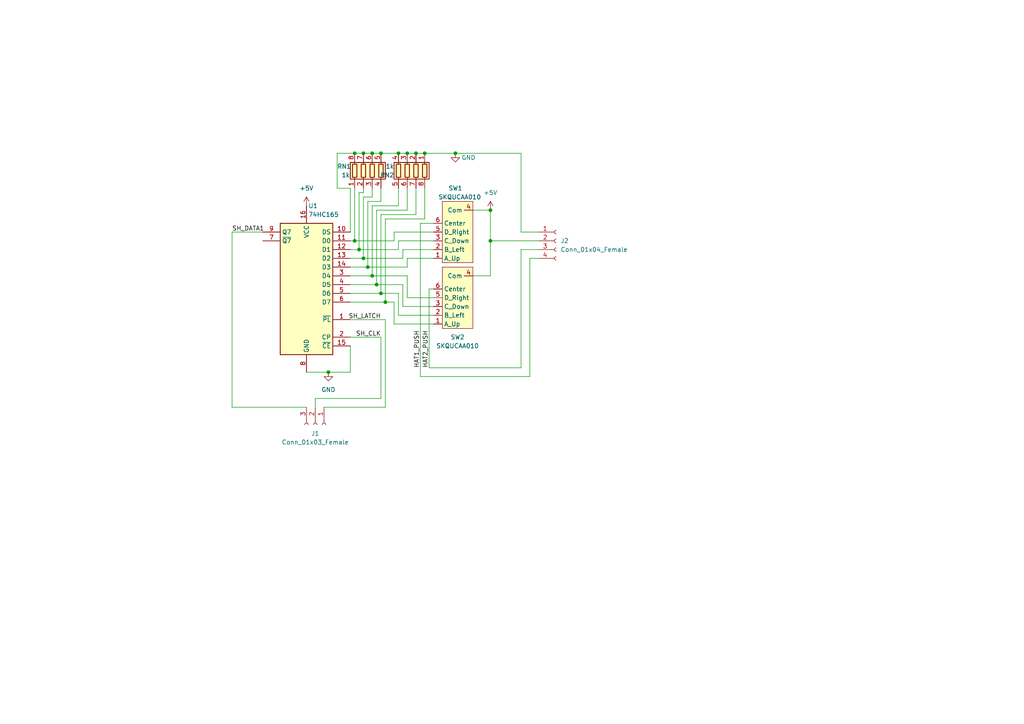
<source format=kicad_sch>
(kicad_sch (version 20211123) (generator eeschema)

  (uuid 97fdeb93-36e7-43de-98f8-17c9d3ce7733)

  (paper "A4")

  (lib_symbols
    (symbol "74xx:74HC165" (in_bom yes) (on_board yes)
      (property "Reference" "U" (id 0) (at -7.62 19.05 0)
        (effects (font (size 1.27 1.27)))
      )
      (property "Value" "74HC165" (id 1) (at -7.62 -21.59 0)
        (effects (font (size 1.27 1.27)))
      )
      (property "Footprint" "" (id 2) (at 0 0 0)
        (effects (font (size 1.27 1.27)) hide)
      )
      (property "Datasheet" "https://assets.nexperia.com/documents/data-sheet/74HC_HCT165.pdf" (id 3) (at 0 0 0)
        (effects (font (size 1.27 1.27)) hide)
      )
      (property "ki_keywords" "8 bit shift register parallel load cmos" (id 4) (at 0 0 0)
        (effects (font (size 1.27 1.27)) hide)
      )
      (property "ki_description" "Shift Register, 8-bit, Parallel Load" (id 5) (at 0 0 0)
        (effects (font (size 1.27 1.27)) hide)
      )
      (property "ki_fp_filters" "DIP?16* SO*16*3.9x9.9mm*P1.27mm* SSOP*16*5.3x6.2mm*P0.65mm* TSSOP*16*4.4x5mm*P0.65*" (id 6) (at 0 0 0)
        (effects (font (size 1.27 1.27)) hide)
      )
      (symbol "74HC165_1_0"
        (pin input line (at -12.7 -10.16 0) (length 5.08)
          (name "~{PL}" (effects (font (size 1.27 1.27))))
          (number "1" (effects (font (size 1.27 1.27))))
        )
        (pin input line (at -12.7 15.24 0) (length 5.08)
          (name "DS" (effects (font (size 1.27 1.27))))
          (number "10" (effects (font (size 1.27 1.27))))
        )
        (pin input line (at -12.7 12.7 0) (length 5.08)
          (name "D0" (effects (font (size 1.27 1.27))))
          (number "11" (effects (font (size 1.27 1.27))))
        )
        (pin input line (at -12.7 10.16 0) (length 5.08)
          (name "D1" (effects (font (size 1.27 1.27))))
          (number "12" (effects (font (size 1.27 1.27))))
        )
        (pin input line (at -12.7 7.62 0) (length 5.08)
          (name "D2" (effects (font (size 1.27 1.27))))
          (number "13" (effects (font (size 1.27 1.27))))
        )
        (pin input line (at -12.7 5.08 0) (length 5.08)
          (name "D3" (effects (font (size 1.27 1.27))))
          (number "14" (effects (font (size 1.27 1.27))))
        )
        (pin input line (at -12.7 -17.78 0) (length 5.08)
          (name "~{CE}" (effects (font (size 1.27 1.27))))
          (number "15" (effects (font (size 1.27 1.27))))
        )
        (pin power_in line (at 0 22.86 270) (length 5.08)
          (name "VCC" (effects (font (size 1.27 1.27))))
          (number "16" (effects (font (size 1.27 1.27))))
        )
        (pin input line (at -12.7 -15.24 0) (length 5.08)
          (name "CP" (effects (font (size 1.27 1.27))))
          (number "2" (effects (font (size 1.27 1.27))))
        )
        (pin input line (at -12.7 2.54 0) (length 5.08)
          (name "D4" (effects (font (size 1.27 1.27))))
          (number "3" (effects (font (size 1.27 1.27))))
        )
        (pin input line (at -12.7 0 0) (length 5.08)
          (name "D5" (effects (font (size 1.27 1.27))))
          (number "4" (effects (font (size 1.27 1.27))))
        )
        (pin input line (at -12.7 -2.54 0) (length 5.08)
          (name "D6" (effects (font (size 1.27 1.27))))
          (number "5" (effects (font (size 1.27 1.27))))
        )
        (pin input line (at -12.7 -5.08 0) (length 5.08)
          (name "D7" (effects (font (size 1.27 1.27))))
          (number "6" (effects (font (size 1.27 1.27))))
        )
        (pin output line (at 12.7 12.7 180) (length 5.08)
          (name "~{Q7}" (effects (font (size 1.27 1.27))))
          (number "7" (effects (font (size 1.27 1.27))))
        )
        (pin power_in line (at 0 -25.4 90) (length 5.08)
          (name "GND" (effects (font (size 1.27 1.27))))
          (number "8" (effects (font (size 1.27 1.27))))
        )
        (pin output line (at 12.7 15.24 180) (length 5.08)
          (name "Q7" (effects (font (size 1.27 1.27))))
          (number "9" (effects (font (size 1.27 1.27))))
        )
      )
      (symbol "74HC165_1_1"
        (rectangle (start -7.62 17.78) (end 7.62 -20.32)
          (stroke (width 0.254) (type default) (color 0 0 0 0))
          (fill (type background))
        )
      )
    )
    (symbol "Alps-SKQU:SKQUCAA010" (in_bom yes) (on_board yes)
      (property "Reference" "SW" (id 0) (at 0 2.54 0)
        (effects (font (size 1.27 1.27)))
      )
      (property "Value" "SKQUCAA010" (id 1) (at 0 0 0)
        (effects (font (size 1.27 1.27)))
      )
      (property "Footprint" "" (id 2) (at -1.27 0 0)
        (effects (font (size 1.27 1.27)) hide)
      )
      (property "Datasheet" "" (id 3) (at -1.27 0 0)
        (effects (font (size 1.27 1.27)) hide)
      )
      (symbol "SKQUCAA010_0_1"
        (rectangle (start -3.81 -1.27) (end 5.08 -19.05)
          (stroke (width 0) (type default) (color 0 0 0 0))
          (fill (type background))
        )
      )
      (symbol "SKQUCAA010_1_1"
        (pin bidirectional line (at -6.35 -17.78 0) (length 2.54)
          (name "A_Up" (effects (font (size 1.27 1.27))))
          (number "1" (effects (font (size 1.27 1.27))))
        )
        (pin bidirectional line (at -6.35 -15.24 0) (length 2.54)
          (name "B_Left" (effects (font (size 1.27 1.27))))
          (number "2" (effects (font (size 1.27 1.27))))
        )
        (pin bidirectional line (at -6.35 -12.7 0) (length 2.54)
          (name "C_Down" (effects (font (size 1.27 1.27))))
          (number "3" (effects (font (size 1.27 1.27))))
        )
        (pin bidirectional line (at 5.08 -3.81 180) (length 2.54)
          (name "Com" (effects (font (size 1.27 1.27))))
          (number "4" (effects (font (size 1.27 1.27))))
        )
        (pin bidirectional line (at -6.35 -10.16 0) (length 2.54)
          (name "D_Right" (effects (font (size 1.27 1.27))))
          (number "5" (effects (font (size 1.27 1.27))))
        )
        (pin bidirectional line (at -6.35 -7.62 0) (length 2.54)
          (name "Center" (effects (font (size 1.27 1.27))))
          (number "6" (effects (font (size 1.27 1.27))))
        )
      )
    )
    (symbol "Connector:Conn_01x03_Female" (pin_names (offset 1.016) hide) (in_bom yes) (on_board yes)
      (property "Reference" "J" (id 0) (at 0 5.08 0)
        (effects (font (size 1.27 1.27)))
      )
      (property "Value" "Conn_01x03_Female" (id 1) (at 0 -5.08 0)
        (effects (font (size 1.27 1.27)))
      )
      (property "Footprint" "" (id 2) (at 0 0 0)
        (effects (font (size 1.27 1.27)) hide)
      )
      (property "Datasheet" "~" (id 3) (at 0 0 0)
        (effects (font (size 1.27 1.27)) hide)
      )
      (property "ki_keywords" "connector" (id 4) (at 0 0 0)
        (effects (font (size 1.27 1.27)) hide)
      )
      (property "ki_description" "Generic connector, single row, 01x03, script generated (kicad-library-utils/schlib/autogen/connector/)" (id 5) (at 0 0 0)
        (effects (font (size 1.27 1.27)) hide)
      )
      (property "ki_fp_filters" "Connector*:*_1x??_*" (id 6) (at 0 0 0)
        (effects (font (size 1.27 1.27)) hide)
      )
      (symbol "Conn_01x03_Female_1_1"
        (arc (start 0 -2.032) (mid -0.508 -2.54) (end 0 -3.048)
          (stroke (width 0.1524) (type default) (color 0 0 0 0))
          (fill (type none))
        )
        (polyline
          (pts
            (xy -1.27 -2.54)
            (xy -0.508 -2.54)
          )
          (stroke (width 0.1524) (type default) (color 0 0 0 0))
          (fill (type none))
        )
        (polyline
          (pts
            (xy -1.27 0)
            (xy -0.508 0)
          )
          (stroke (width 0.1524) (type default) (color 0 0 0 0))
          (fill (type none))
        )
        (polyline
          (pts
            (xy -1.27 2.54)
            (xy -0.508 2.54)
          )
          (stroke (width 0.1524) (type default) (color 0 0 0 0))
          (fill (type none))
        )
        (arc (start 0 0.508) (mid -0.508 0) (end 0 -0.508)
          (stroke (width 0.1524) (type default) (color 0 0 0 0))
          (fill (type none))
        )
        (arc (start 0 3.048) (mid -0.508 2.54) (end 0 2.032)
          (stroke (width 0.1524) (type default) (color 0 0 0 0))
          (fill (type none))
        )
        (pin passive line (at -5.08 2.54 0) (length 3.81)
          (name "Pin_1" (effects (font (size 1.27 1.27))))
          (number "1" (effects (font (size 1.27 1.27))))
        )
        (pin passive line (at -5.08 0 0) (length 3.81)
          (name "Pin_2" (effects (font (size 1.27 1.27))))
          (number "2" (effects (font (size 1.27 1.27))))
        )
        (pin passive line (at -5.08 -2.54 0) (length 3.81)
          (name "Pin_3" (effects (font (size 1.27 1.27))))
          (number "3" (effects (font (size 1.27 1.27))))
        )
      )
    )
    (symbol "Connector:Conn_01x04_Female" (pin_names (offset 1.016) hide) (in_bom yes) (on_board yes)
      (property "Reference" "J" (id 0) (at 0 5.08 0)
        (effects (font (size 1.27 1.27)))
      )
      (property "Value" "Conn_01x04_Female" (id 1) (at 0 -7.62 0)
        (effects (font (size 1.27 1.27)))
      )
      (property "Footprint" "" (id 2) (at 0 0 0)
        (effects (font (size 1.27 1.27)) hide)
      )
      (property "Datasheet" "~" (id 3) (at 0 0 0)
        (effects (font (size 1.27 1.27)) hide)
      )
      (property "ki_keywords" "connector" (id 4) (at 0 0 0)
        (effects (font (size 1.27 1.27)) hide)
      )
      (property "ki_description" "Generic connector, single row, 01x04, script generated (kicad-library-utils/schlib/autogen/connector/)" (id 5) (at 0 0 0)
        (effects (font (size 1.27 1.27)) hide)
      )
      (property "ki_fp_filters" "Connector*:*_1x??_*" (id 6) (at 0 0 0)
        (effects (font (size 1.27 1.27)) hide)
      )
      (symbol "Conn_01x04_Female_1_1"
        (arc (start 0 -4.572) (mid -0.508 -5.08) (end 0 -5.588)
          (stroke (width 0.1524) (type default) (color 0 0 0 0))
          (fill (type none))
        )
        (arc (start 0 -2.032) (mid -0.508 -2.54) (end 0 -3.048)
          (stroke (width 0.1524) (type default) (color 0 0 0 0))
          (fill (type none))
        )
        (polyline
          (pts
            (xy -1.27 -5.08)
            (xy -0.508 -5.08)
          )
          (stroke (width 0.1524) (type default) (color 0 0 0 0))
          (fill (type none))
        )
        (polyline
          (pts
            (xy -1.27 -2.54)
            (xy -0.508 -2.54)
          )
          (stroke (width 0.1524) (type default) (color 0 0 0 0))
          (fill (type none))
        )
        (polyline
          (pts
            (xy -1.27 0)
            (xy -0.508 0)
          )
          (stroke (width 0.1524) (type default) (color 0 0 0 0))
          (fill (type none))
        )
        (polyline
          (pts
            (xy -1.27 2.54)
            (xy -0.508 2.54)
          )
          (stroke (width 0.1524) (type default) (color 0 0 0 0))
          (fill (type none))
        )
        (arc (start 0 0.508) (mid -0.508 0) (end 0 -0.508)
          (stroke (width 0.1524) (type default) (color 0 0 0 0))
          (fill (type none))
        )
        (arc (start 0 3.048) (mid -0.508 2.54) (end 0 2.032)
          (stroke (width 0.1524) (type default) (color 0 0 0 0))
          (fill (type none))
        )
        (pin passive line (at -5.08 2.54 0) (length 3.81)
          (name "Pin_1" (effects (font (size 1.27 1.27))))
          (number "1" (effects (font (size 1.27 1.27))))
        )
        (pin passive line (at -5.08 0 0) (length 3.81)
          (name "Pin_2" (effects (font (size 1.27 1.27))))
          (number "2" (effects (font (size 1.27 1.27))))
        )
        (pin passive line (at -5.08 -2.54 0) (length 3.81)
          (name "Pin_3" (effects (font (size 1.27 1.27))))
          (number "3" (effects (font (size 1.27 1.27))))
        )
        (pin passive line (at -5.08 -5.08 0) (length 3.81)
          (name "Pin_4" (effects (font (size 1.27 1.27))))
          (number "4" (effects (font (size 1.27 1.27))))
        )
      )
    )
    (symbol "Device:R_Pack04" (pin_names (offset 0) hide) (in_bom yes) (on_board yes)
      (property "Reference" "RN" (id 0) (at -7.62 0 90)
        (effects (font (size 1.27 1.27)))
      )
      (property "Value" "R_Pack04" (id 1) (at 5.08 0 90)
        (effects (font (size 1.27 1.27)))
      )
      (property "Footprint" "" (id 2) (at 6.985 0 90)
        (effects (font (size 1.27 1.27)) hide)
      )
      (property "Datasheet" "~" (id 3) (at 0 0 0)
        (effects (font (size 1.27 1.27)) hide)
      )
      (property "ki_keywords" "R network parallel topology isolated" (id 4) (at 0 0 0)
        (effects (font (size 1.27 1.27)) hide)
      )
      (property "ki_description" "4 resistor network, parallel topology" (id 5) (at 0 0 0)
        (effects (font (size 1.27 1.27)) hide)
      )
      (property "ki_fp_filters" "DIP* SOIC* R*Array*Concave* R*Array*Convex*" (id 6) (at 0 0 0)
        (effects (font (size 1.27 1.27)) hide)
      )
      (symbol "R_Pack04_0_1"
        (rectangle (start -6.35 -2.413) (end 3.81 2.413)
          (stroke (width 0.254) (type default) (color 0 0 0 0))
          (fill (type background))
        )
        (rectangle (start -5.715 1.905) (end -4.445 -1.905)
          (stroke (width 0.254) (type default) (color 0 0 0 0))
          (fill (type none))
        )
        (rectangle (start -3.175 1.905) (end -1.905 -1.905)
          (stroke (width 0.254) (type default) (color 0 0 0 0))
          (fill (type none))
        )
        (rectangle (start -0.635 1.905) (end 0.635 -1.905)
          (stroke (width 0.254) (type default) (color 0 0 0 0))
          (fill (type none))
        )
        (polyline
          (pts
            (xy -5.08 -2.54)
            (xy -5.08 -1.905)
          )
          (stroke (width 0) (type default) (color 0 0 0 0))
          (fill (type none))
        )
        (polyline
          (pts
            (xy -5.08 1.905)
            (xy -5.08 2.54)
          )
          (stroke (width 0) (type default) (color 0 0 0 0))
          (fill (type none))
        )
        (polyline
          (pts
            (xy -2.54 -2.54)
            (xy -2.54 -1.905)
          )
          (stroke (width 0) (type default) (color 0 0 0 0))
          (fill (type none))
        )
        (polyline
          (pts
            (xy -2.54 1.905)
            (xy -2.54 2.54)
          )
          (stroke (width 0) (type default) (color 0 0 0 0))
          (fill (type none))
        )
        (polyline
          (pts
            (xy 0 -2.54)
            (xy 0 -1.905)
          )
          (stroke (width 0) (type default) (color 0 0 0 0))
          (fill (type none))
        )
        (polyline
          (pts
            (xy 0 1.905)
            (xy 0 2.54)
          )
          (stroke (width 0) (type default) (color 0 0 0 0))
          (fill (type none))
        )
        (polyline
          (pts
            (xy 2.54 -2.54)
            (xy 2.54 -1.905)
          )
          (stroke (width 0) (type default) (color 0 0 0 0))
          (fill (type none))
        )
        (polyline
          (pts
            (xy 2.54 1.905)
            (xy 2.54 2.54)
          )
          (stroke (width 0) (type default) (color 0 0 0 0))
          (fill (type none))
        )
        (rectangle (start 1.905 1.905) (end 3.175 -1.905)
          (stroke (width 0.254) (type default) (color 0 0 0 0))
          (fill (type none))
        )
      )
      (symbol "R_Pack04_1_1"
        (pin passive line (at -5.08 -5.08 90) (length 2.54)
          (name "R1.1" (effects (font (size 1.27 1.27))))
          (number "1" (effects (font (size 1.27 1.27))))
        )
        (pin passive line (at -2.54 -5.08 90) (length 2.54)
          (name "R2.1" (effects (font (size 1.27 1.27))))
          (number "2" (effects (font (size 1.27 1.27))))
        )
        (pin passive line (at 0 -5.08 90) (length 2.54)
          (name "R3.1" (effects (font (size 1.27 1.27))))
          (number "3" (effects (font (size 1.27 1.27))))
        )
        (pin passive line (at 2.54 -5.08 90) (length 2.54)
          (name "R4.1" (effects (font (size 1.27 1.27))))
          (number "4" (effects (font (size 1.27 1.27))))
        )
        (pin passive line (at 2.54 5.08 270) (length 2.54)
          (name "R4.2" (effects (font (size 1.27 1.27))))
          (number "5" (effects (font (size 1.27 1.27))))
        )
        (pin passive line (at 0 5.08 270) (length 2.54)
          (name "R3.2" (effects (font (size 1.27 1.27))))
          (number "6" (effects (font (size 1.27 1.27))))
        )
        (pin passive line (at -2.54 5.08 270) (length 2.54)
          (name "R2.2" (effects (font (size 1.27 1.27))))
          (number "7" (effects (font (size 1.27 1.27))))
        )
        (pin passive line (at -5.08 5.08 270) (length 2.54)
          (name "R1.2" (effects (font (size 1.27 1.27))))
          (number "8" (effects (font (size 1.27 1.27))))
        )
      )
    )
    (symbol "power:+5V" (power) (pin_names (offset 0)) (in_bom yes) (on_board yes)
      (property "Reference" "#PWR" (id 0) (at 0 -3.81 0)
        (effects (font (size 1.27 1.27)) hide)
      )
      (property "Value" "+5V" (id 1) (at 0 3.556 0)
        (effects (font (size 1.27 1.27)))
      )
      (property "Footprint" "" (id 2) (at 0 0 0)
        (effects (font (size 1.27 1.27)) hide)
      )
      (property "Datasheet" "" (id 3) (at 0 0 0)
        (effects (font (size 1.27 1.27)) hide)
      )
      (property "ki_keywords" "power-flag" (id 4) (at 0 0 0)
        (effects (font (size 1.27 1.27)) hide)
      )
      (property "ki_description" "Power symbol creates a global label with name \"+5V\"" (id 5) (at 0 0 0)
        (effects (font (size 1.27 1.27)) hide)
      )
      (symbol "+5V_0_1"
        (polyline
          (pts
            (xy -0.762 1.27)
            (xy 0 2.54)
          )
          (stroke (width 0) (type default) (color 0 0 0 0))
          (fill (type none))
        )
        (polyline
          (pts
            (xy 0 0)
            (xy 0 2.54)
          )
          (stroke (width 0) (type default) (color 0 0 0 0))
          (fill (type none))
        )
        (polyline
          (pts
            (xy 0 2.54)
            (xy 0.762 1.27)
          )
          (stroke (width 0) (type default) (color 0 0 0 0))
          (fill (type none))
        )
      )
      (symbol "+5V_1_1"
        (pin power_in line (at 0 0 90) (length 0) hide
          (name "+5V" (effects (font (size 1.27 1.27))))
          (number "1" (effects (font (size 1.27 1.27))))
        )
      )
    )
    (symbol "power:GND" (power) (pin_names (offset 0)) (in_bom yes) (on_board yes)
      (property "Reference" "#PWR" (id 0) (at 0 -6.35 0)
        (effects (font (size 1.27 1.27)) hide)
      )
      (property "Value" "GND" (id 1) (at 0 -3.81 0)
        (effects (font (size 1.27 1.27)))
      )
      (property "Footprint" "" (id 2) (at 0 0 0)
        (effects (font (size 1.27 1.27)) hide)
      )
      (property "Datasheet" "" (id 3) (at 0 0 0)
        (effects (font (size 1.27 1.27)) hide)
      )
      (property "ki_keywords" "power-flag" (id 4) (at 0 0 0)
        (effects (font (size 1.27 1.27)) hide)
      )
      (property "ki_description" "Power symbol creates a global label with name \"GND\" , ground" (id 5) (at 0 0 0)
        (effects (font (size 1.27 1.27)) hide)
      )
      (symbol "GND_0_1"
        (polyline
          (pts
            (xy 0 0)
            (xy 0 -1.27)
            (xy 1.27 -1.27)
            (xy 0 -2.54)
            (xy -1.27 -1.27)
            (xy 0 -1.27)
          )
          (stroke (width 0) (type default) (color 0 0 0 0))
          (fill (type none))
        )
      )
      (symbol "GND_1_1"
        (pin power_in line (at 0 0 270) (length 0) hide
          (name "GND" (effects (font (size 1.27 1.27))))
          (number "1" (effects (font (size 1.27 1.27))))
        )
      )
    )
  )

  (junction (at 95.25 107.95) (diameter 0) (color 0 0 0 0)
    (uuid 203013a7-a835-4b9f-80c0-8658179a0b0c)
  )
  (junction (at 105.41 44.45) (diameter 0) (color 0 0 0 0)
    (uuid 23d95c0c-7803-45f6-8622-2d4fbeb2e2df)
  )
  (junction (at 120.65 44.45) (diameter 0) (color 0 0 0 0)
    (uuid 277fdcb7-eab2-4e89-acac-61d3253f24fa)
  )
  (junction (at 118.11 44.45) (diameter 0) (color 0 0 0 0)
    (uuid 2f6e4883-fff9-46f1-bd3f-45cde5ade1ea)
  )
  (junction (at 105.41 74.93) (diameter 0) (color 0 0 0 0)
    (uuid 6d92bb22-e4d6-4390-8778-df8bdaa9fbfd)
  )
  (junction (at 106.68 77.47) (diameter 0) (color 0 0 0 0)
    (uuid 753b3f43-eb0a-4375-a6ce-1cf1b4900866)
  )
  (junction (at 115.57 44.45) (diameter 0) (color 0 0 0 0)
    (uuid 871fe201-8570-4ab4-b58c-0d248a209c25)
  )
  (junction (at 110.49 85.09) (diameter 0) (color 0 0 0 0)
    (uuid 895d0fea-8574-4387-b512-003b40bad047)
  )
  (junction (at 102.87 69.85) (diameter 0) (color 0 0 0 0)
    (uuid 8b87a0e2-0d4e-4917-8cb8-8611032f3b61)
  )
  (junction (at 104.14 72.39) (diameter 0) (color 0 0 0 0)
    (uuid 8ebbbc9c-ee48-4bd9-bfff-495d5d1e9f0a)
  )
  (junction (at 109.22 82.55) (diameter 0) (color 0 0 0 0)
    (uuid 917643ed-b274-4705-a436-95841e3f04c4)
  )
  (junction (at 102.87 44.45) (diameter 0) (color 0 0 0 0)
    (uuid 92cbeb9c-8bcf-4af2-9de3-24902ae4a3e5)
  )
  (junction (at 107.95 44.45) (diameter 0) (color 0 0 0 0)
    (uuid a27d5782-b4ab-4ab2-aab0-181a3153d2b6)
  )
  (junction (at 107.95 80.01) (diameter 0) (color 0 0 0 0)
    (uuid ad85c83e-ba83-446d-8cb7-ce2bd96f9032)
  )
  (junction (at 132.08 44.45) (diameter 0) (color 0 0 0 0)
    (uuid c75c46bb-d24d-43ce-b544-52d57775b683)
  )
  (junction (at 111.76 87.63) (diameter 0) (color 0 0 0 0)
    (uuid c7ee6afe-9817-4e96-bcb1-37d9dc791122)
  )
  (junction (at 123.19 44.45) (diameter 0) (color 0 0 0 0)
    (uuid d4d4cfdf-2728-4942-ae18-33d1a4ac7ff7)
  )
  (junction (at 110.49 44.45) (diameter 0) (color 0 0 0 0)
    (uuid d806a8b2-b51f-490f-957f-723b748db92c)
  )
  (junction (at 142.24 69.85) (diameter 0) (color 0 0 0 0)
    (uuid e8ede798-0a8a-4bf9-a477-00843a9e82c9)
  )
  (junction (at 142.24 60.96) (diameter 0) (color 0 0 0 0)
    (uuid ec301c53-162b-46fb-8116-25597e51ee71)
  )

  (wire (pts (xy 110.49 97.79) (xy 110.49 115.57))
    (stroke (width 0) (type default) (color 0 0 0 0))
    (uuid 00945aa0-c3d6-4151-b246-20ab06b740d1)
  )
  (wire (pts (xy 123.19 54.61) (xy 123.19 63.5))
    (stroke (width 0) (type default) (color 0 0 0 0))
    (uuid 01457e33-66ac-49e0-9033-79afcb1684db)
  )
  (wire (pts (xy 125.73 72.39) (xy 116.84 72.39))
    (stroke (width 0) (type default) (color 0 0 0 0))
    (uuid 01fb9f63-cdcc-4727-85ea-500619dd5e3e)
  )
  (wire (pts (xy 105.41 55.88) (xy 104.14 55.88))
    (stroke (width 0) (type default) (color 0 0 0 0))
    (uuid 035726ee-6985-43c6-9fb7-171b19bd0140)
  )
  (wire (pts (xy 101.6 97.79) (xy 110.49 97.79))
    (stroke (width 0) (type default) (color 0 0 0 0))
    (uuid 0940b36c-d209-46cc-a33b-cb998043372e)
  )
  (wire (pts (xy 97.79 44.45) (xy 102.87 44.45))
    (stroke (width 0) (type default) (color 0 0 0 0))
    (uuid 098a8afd-d7d9-43fa-9e44-785cb2a6ee99)
  )
  (wire (pts (xy 120.65 44.45) (xy 123.19 44.45))
    (stroke (width 0) (type default) (color 0 0 0 0))
    (uuid 0ac7fb28-d118-4f7a-a099-6f0d6eaf1844)
  )
  (wire (pts (xy 105.41 44.45) (xy 107.95 44.45))
    (stroke (width 0) (type default) (color 0 0 0 0))
    (uuid 0cb91bdc-9a46-4587-aeef-0ee57af768bf)
  )
  (wire (pts (xy 109.22 82.55) (xy 116.84 82.55))
    (stroke (width 0) (type default) (color 0 0 0 0))
    (uuid 0d98132e-4279-4903-93bd-54fe2ca37459)
  )
  (wire (pts (xy 153.67 74.93) (xy 153.67 109.22))
    (stroke (width 0) (type default) (color 0 0 0 0))
    (uuid 0e82569d-2bc5-4c7c-a705-2ce0629efdf7)
  )
  (wire (pts (xy 125.73 74.93) (xy 118.11 74.93))
    (stroke (width 0) (type default) (color 0 0 0 0))
    (uuid 0ed1e889-de50-4a74-9229-0598ad438c98)
  )
  (wire (pts (xy 142.24 80.01) (xy 142.24 69.85))
    (stroke (width 0) (type default) (color 0 0 0 0))
    (uuid 1203e237-dc23-48da-bb0f-0c7a7ffc9dfb)
  )
  (wire (pts (xy 142.24 69.85) (xy 142.24 60.96))
    (stroke (width 0) (type default) (color 0 0 0 0))
    (uuid 141c231d-771f-4cad-9cba-3095af6d06d6)
  )
  (wire (pts (xy 118.11 74.93) (xy 118.11 77.47))
    (stroke (width 0) (type default) (color 0 0 0 0))
    (uuid 187d6e06-89e2-4c57-a84f-3ed1c04a7b97)
  )
  (wire (pts (xy 104.14 55.88) (xy 104.14 72.39))
    (stroke (width 0) (type default) (color 0 0 0 0))
    (uuid 18b15752-92b6-41fd-9fbc-f022df4b4e76)
  )
  (wire (pts (xy 104.14 72.39) (xy 115.57 72.39))
    (stroke (width 0) (type default) (color 0 0 0 0))
    (uuid 18fdbcc3-bf3b-4f1c-ada8-b2205a27c0bd)
  )
  (wire (pts (xy 151.13 72.39) (xy 156.21 72.39))
    (stroke (width 0) (type default) (color 0 0 0 0))
    (uuid 1c4cf838-d5e0-4a2e-87d5-b35e7a214cb1)
  )
  (wire (pts (xy 102.87 44.45) (xy 105.41 44.45))
    (stroke (width 0) (type default) (color 0 0 0 0))
    (uuid 1d16b3c5-693a-4317-b400-2202dde5029c)
  )
  (wire (pts (xy 123.19 44.45) (xy 132.08 44.45))
    (stroke (width 0) (type default) (color 0 0 0 0))
    (uuid 1f47b111-a6b9-4cae-a1b2-f78b83253616)
  )
  (wire (pts (xy 67.31 118.11) (xy 67.31 67.31))
    (stroke (width 0) (type default) (color 0 0 0 0))
    (uuid 21e691c1-ab7d-44f1-a18b-622a137377cd)
  )
  (wire (pts (xy 101.6 85.09) (xy 110.49 85.09))
    (stroke (width 0) (type default) (color 0 0 0 0))
    (uuid 22f62488-2d92-472b-a7c2-806370e089d2)
  )
  (wire (pts (xy 125.73 64.77) (xy 121.92 64.77))
    (stroke (width 0) (type default) (color 0 0 0 0))
    (uuid 26767c8c-c6ed-40a4-8c1d-7aabcf48b78a)
  )
  (wire (pts (xy 110.49 85.09) (xy 115.57 85.09))
    (stroke (width 0) (type default) (color 0 0 0 0))
    (uuid 2c90b5ad-c21f-4bf7-a97b-1c2faf31e238)
  )
  (wire (pts (xy 107.95 54.61) (xy 107.95 57.15))
    (stroke (width 0) (type default) (color 0 0 0 0))
    (uuid 30bec386-7fb8-4a65-b721-db8d027ef506)
  )
  (wire (pts (xy 110.49 62.23) (xy 110.49 85.09))
    (stroke (width 0) (type default) (color 0 0 0 0))
    (uuid 3445de46-5a5b-439b-94f3-7c132fdbd566)
  )
  (wire (pts (xy 116.84 82.55) (xy 116.84 88.9))
    (stroke (width 0) (type default) (color 0 0 0 0))
    (uuid 35bf29bf-e562-4fa0-b441-018be365462d)
  )
  (wire (pts (xy 115.57 44.45) (xy 118.11 44.45))
    (stroke (width 0) (type default) (color 0 0 0 0))
    (uuid 37f31359-a193-4667-ac42-42ff9565d233)
  )
  (wire (pts (xy 97.79 54.61) (xy 101.6 54.61))
    (stroke (width 0) (type default) (color 0 0 0 0))
    (uuid 3a43dd09-0fdf-4a26-869a-b15fb20d3653)
  )
  (wire (pts (xy 115.57 69.85) (xy 115.57 72.39))
    (stroke (width 0) (type default) (color 0 0 0 0))
    (uuid 3b912675-3427-4e42-8f99-72375e1d02dd)
  )
  (wire (pts (xy 115.57 59.69) (xy 107.95 59.69))
    (stroke (width 0) (type default) (color 0 0 0 0))
    (uuid 3b9c2f07-b077-401e-8fcc-7e4251d6ff1d)
  )
  (wire (pts (xy 151.13 67.31) (xy 156.21 67.31))
    (stroke (width 0) (type default) (color 0 0 0 0))
    (uuid 44a9a4ac-3025-433f-a421-0f8d550beb86)
  )
  (wire (pts (xy 116.84 88.9) (xy 125.73 88.9))
    (stroke (width 0) (type default) (color 0 0 0 0))
    (uuid 473ba183-06de-4417-adf9-410137ae10e9)
  )
  (wire (pts (xy 111.76 118.11) (xy 111.76 92.71))
    (stroke (width 0) (type default) (color 0 0 0 0))
    (uuid 48a6bdb5-49cb-4c39-add6-60afe3aef3ef)
  )
  (wire (pts (xy 101.6 107.95) (xy 101.6 100.33))
    (stroke (width 0) (type default) (color 0 0 0 0))
    (uuid 495b6f13-636b-4d88-b7e4-69e378517f24)
  )
  (wire (pts (xy 156.21 74.93) (xy 153.67 74.93))
    (stroke (width 0) (type default) (color 0 0 0 0))
    (uuid 4e6c5bf3-519a-4166-ae25-a58d4ddb6082)
  )
  (wire (pts (xy 137.16 60.96) (xy 142.24 60.96))
    (stroke (width 0) (type default) (color 0 0 0 0))
    (uuid 4ea78c13-48f8-4405-a75f-bac867f1570d)
  )
  (wire (pts (xy 118.11 60.96) (xy 109.22 60.96))
    (stroke (width 0) (type default) (color 0 0 0 0))
    (uuid 55fec183-f184-4d54-bf5a-e0f4399dbe3d)
  )
  (wire (pts (xy 101.6 69.85) (xy 102.87 69.85))
    (stroke (width 0) (type default) (color 0 0 0 0))
    (uuid 5a642751-4adc-4571-aa2c-87d1bc32ab42)
  )
  (wire (pts (xy 110.49 54.61) (xy 110.49 58.42))
    (stroke (width 0) (type default) (color 0 0 0 0))
    (uuid 5ba64272-3290-4d7f-9f4a-39a418a46a6d)
  )
  (wire (pts (xy 116.84 72.39) (xy 116.84 74.93))
    (stroke (width 0) (type default) (color 0 0 0 0))
    (uuid 5f5e538b-914e-44e4-b071-eba5a902a592)
  )
  (wire (pts (xy 107.95 59.69) (xy 107.95 80.01))
    (stroke (width 0) (type default) (color 0 0 0 0))
    (uuid 639837d0-f9fd-44f4-8f75-d509531d6837)
  )
  (wire (pts (xy 110.49 115.57) (xy 91.44 115.57))
    (stroke (width 0) (type default) (color 0 0 0 0))
    (uuid 654658f1-58ff-4a78-9d29-136537e259f9)
  )
  (wire (pts (xy 107.95 57.15) (xy 105.41 57.15))
    (stroke (width 0) (type default) (color 0 0 0 0))
    (uuid 68549861-9218-415d-9bb8-4fbb6bc5f6cb)
  )
  (wire (pts (xy 118.11 54.61) (xy 118.11 60.96))
    (stroke (width 0) (type default) (color 0 0 0 0))
    (uuid 6a5e8a16-b74a-4bac-9117-8aaf0979091f)
  )
  (wire (pts (xy 120.65 54.61) (xy 120.65 62.23))
    (stroke (width 0) (type default) (color 0 0 0 0))
    (uuid 6b302d7f-0889-4c34-b438-a95807df14e6)
  )
  (wire (pts (xy 106.68 77.47) (xy 118.11 77.47))
    (stroke (width 0) (type default) (color 0 0 0 0))
    (uuid 6f5c108f-5afe-4e41-b07d-c8ef9b718909)
  )
  (wire (pts (xy 115.57 91.44) (xy 125.73 91.44))
    (stroke (width 0) (type default) (color 0 0 0 0))
    (uuid 70f475c0-7ee9-4e7c-8507-1d91d82be0d1)
  )
  (wire (pts (xy 115.57 85.09) (xy 115.57 91.44))
    (stroke (width 0) (type default) (color 0 0 0 0))
    (uuid 714cf93c-6bd9-49ea-8195-c6d0bc6bdf27)
  )
  (wire (pts (xy 114.3 67.31) (xy 114.3 69.85))
    (stroke (width 0) (type default) (color 0 0 0 0))
    (uuid 7728dd25-049a-40e9-983c-d2b36df3ad29)
  )
  (wire (pts (xy 124.46 106.68) (xy 151.13 106.68))
    (stroke (width 0) (type default) (color 0 0 0 0))
    (uuid 77b2d5a8-ad4e-4bae-acf1-29368d3f36d8)
  )
  (wire (pts (xy 101.6 67.31) (xy 101.6 54.61))
    (stroke (width 0) (type default) (color 0 0 0 0))
    (uuid 7a72e0a7-f49c-4448-9f9a-4f5085aeb09a)
  )
  (wire (pts (xy 118.11 44.45) (xy 120.65 44.45))
    (stroke (width 0) (type default) (color 0 0 0 0))
    (uuid 7b7b0a39-4c5a-4b75-b108-79e2ffeb37c7)
  )
  (wire (pts (xy 118.11 80.01) (xy 118.11 86.36))
    (stroke (width 0) (type default) (color 0 0 0 0))
    (uuid 7e0d48f3-96d2-42d0-a7a3-ef45de7cade3)
  )
  (wire (pts (xy 114.3 87.63) (xy 114.3 93.98))
    (stroke (width 0) (type default) (color 0 0 0 0))
    (uuid 8856a1dc-fd4b-483f-b0ba-5389c8b4f3bb)
  )
  (wire (pts (xy 102.87 69.85) (xy 114.3 69.85))
    (stroke (width 0) (type default) (color 0 0 0 0))
    (uuid 8ab22faf-612c-4132-b64c-94b9ce01bbe6)
  )
  (wire (pts (xy 110.49 44.45) (xy 115.57 44.45))
    (stroke (width 0) (type default) (color 0 0 0 0))
    (uuid 8af5b001-ef0e-4ddf-8724-cd251b60edcf)
  )
  (wire (pts (xy 101.6 82.55) (xy 109.22 82.55))
    (stroke (width 0) (type default) (color 0 0 0 0))
    (uuid 91dd81c5-537c-4b58-a220-190fe4f4da4c)
  )
  (wire (pts (xy 125.73 83.82) (xy 124.46 83.82))
    (stroke (width 0) (type default) (color 0 0 0 0))
    (uuid 9ad6c9fe-deea-4af3-92bc-40ba674d3f38)
  )
  (wire (pts (xy 121.92 64.77) (xy 121.92 109.22))
    (stroke (width 0) (type default) (color 0 0 0 0))
    (uuid 9e49968c-58be-4e70-aacb-4d9a0831d14a)
  )
  (wire (pts (xy 111.76 63.5) (xy 111.76 87.63))
    (stroke (width 0) (type default) (color 0 0 0 0))
    (uuid a1816a33-27f8-4d1d-bc90-431b78c69efc)
  )
  (wire (pts (xy 142.24 69.85) (xy 156.21 69.85))
    (stroke (width 0) (type default) (color 0 0 0 0))
    (uuid a9fd4aaf-78f1-433b-b050-e8faf2958e7f)
  )
  (wire (pts (xy 123.19 63.5) (xy 111.76 63.5))
    (stroke (width 0) (type default) (color 0 0 0 0))
    (uuid ae3b2da1-a29c-4802-9384-40daf2ea269a)
  )
  (wire (pts (xy 151.13 106.68) (xy 151.13 72.39))
    (stroke (width 0) (type default) (color 0 0 0 0))
    (uuid af5a7107-ba7a-4ba6-a0c4-dcd6add82785)
  )
  (wire (pts (xy 95.25 107.95) (xy 88.9 107.95))
    (stroke (width 0) (type default) (color 0 0 0 0))
    (uuid b016691e-614e-432f-ae17-7990274eacfa)
  )
  (wire (pts (xy 105.41 74.93) (xy 116.84 74.93))
    (stroke (width 0) (type default) (color 0 0 0 0))
    (uuid b4b987b0-4b07-42ee-bd1e-b5e824a54817)
  )
  (wire (pts (xy 120.65 62.23) (xy 110.49 62.23))
    (stroke (width 0) (type default) (color 0 0 0 0))
    (uuid b5bfd564-84cb-4ba5-b94e-c6cb1a6a0c22)
  )
  (wire (pts (xy 132.08 44.45) (xy 151.13 44.45))
    (stroke (width 0) (type default) (color 0 0 0 0))
    (uuid b760e421-7721-4f39-a718-f32fc04f20ae)
  )
  (wire (pts (xy 101.6 87.63) (xy 111.76 87.63))
    (stroke (width 0) (type default) (color 0 0 0 0))
    (uuid b8ea7919-afba-4bf5-ad81-85468519e5b6)
  )
  (wire (pts (xy 110.49 58.42) (xy 106.68 58.42))
    (stroke (width 0) (type default) (color 0 0 0 0))
    (uuid b8f887f5-5b8e-454d-9585-3acac59e23c3)
  )
  (wire (pts (xy 101.6 92.71) (xy 111.76 92.71))
    (stroke (width 0) (type default) (color 0 0 0 0))
    (uuid ba5bd545-b6d2-40c6-82eb-93191c42e036)
  )
  (wire (pts (xy 93.98 118.11) (xy 111.76 118.11))
    (stroke (width 0) (type default) (color 0 0 0 0))
    (uuid ba7d4cb3-cb53-436f-93a3-bcc36d92247d)
  )
  (wire (pts (xy 125.73 67.31) (xy 114.3 67.31))
    (stroke (width 0) (type default) (color 0 0 0 0))
    (uuid bf8c26bd-4000-4fd2-aaac-acbbbe82d00f)
  )
  (wire (pts (xy 91.44 115.57) (xy 91.44 118.11))
    (stroke (width 0) (type default) (color 0 0 0 0))
    (uuid c3404850-2663-48b3-8293-84d78c68dfe0)
  )
  (wire (pts (xy 67.31 67.31) (xy 76.2 67.31))
    (stroke (width 0) (type default) (color 0 0 0 0))
    (uuid c63a2d15-9f44-469d-8a68-618516b68666)
  )
  (wire (pts (xy 107.95 44.45) (xy 110.49 44.45))
    (stroke (width 0) (type default) (color 0 0 0 0))
    (uuid c673a802-fb0e-4158-a6ae-36dffa165d47)
  )
  (wire (pts (xy 124.46 83.82) (xy 124.46 106.68))
    (stroke (width 0) (type default) (color 0 0 0 0))
    (uuid c7e61743-04a2-4fae-959f-9ef8f3f9be5f)
  )
  (wire (pts (xy 114.3 93.98) (xy 125.73 93.98))
    (stroke (width 0) (type default) (color 0 0 0 0))
    (uuid c991b8b5-c31b-4d49-82b0-5ed046a63f82)
  )
  (wire (pts (xy 101.6 80.01) (xy 107.95 80.01))
    (stroke (width 0) (type default) (color 0 0 0 0))
    (uuid c9e77343-8eb5-429a-b270-c9edf9c43d7e)
  )
  (wire (pts (xy 101.6 74.93) (xy 105.41 74.93))
    (stroke (width 0) (type default) (color 0 0 0 0))
    (uuid ca6ff0ce-438a-43e5-95d2-99e8a9be67c1)
  )
  (wire (pts (xy 115.57 54.61) (xy 115.57 59.69))
    (stroke (width 0) (type default) (color 0 0 0 0))
    (uuid d0a32576-1d3f-4699-bf60-d75c3172ca2a)
  )
  (wire (pts (xy 101.6 72.39) (xy 104.14 72.39))
    (stroke (width 0) (type default) (color 0 0 0 0))
    (uuid d25aa516-3a78-4ba7-88bf-dfc02b7a0f7f)
  )
  (wire (pts (xy 105.41 54.61) (xy 105.41 55.88))
    (stroke (width 0) (type default) (color 0 0 0 0))
    (uuid d41b8b1b-e839-47a0-ab61-e3a29122f7f6)
  )
  (wire (pts (xy 137.16 80.01) (xy 142.24 80.01))
    (stroke (width 0) (type default) (color 0 0 0 0))
    (uuid d4c2f074-0e85-4470-9534-802a0931aeb1)
  )
  (wire (pts (xy 95.25 107.95) (xy 101.6 107.95))
    (stroke (width 0) (type default) (color 0 0 0 0))
    (uuid d7965f4d-601e-494d-a408-775244007399)
  )
  (wire (pts (xy 153.67 109.22) (xy 121.92 109.22))
    (stroke (width 0) (type default) (color 0 0 0 0))
    (uuid d972342d-b6a5-4a11-bb49-f75a56a80c24)
  )
  (wire (pts (xy 118.11 86.36) (xy 125.73 86.36))
    (stroke (width 0) (type default) (color 0 0 0 0))
    (uuid d9e4a4cb-6448-4e2b-b904-e6f115864bc5)
  )
  (wire (pts (xy 105.41 57.15) (xy 105.41 74.93))
    (stroke (width 0) (type default) (color 0 0 0 0))
    (uuid daf68234-0ff0-4d1a-aed4-cca66f95a3e3)
  )
  (wire (pts (xy 125.73 69.85) (xy 115.57 69.85))
    (stroke (width 0) (type default) (color 0 0 0 0))
    (uuid de1faaa8-177e-4f6e-a25c-faa77a839d63)
  )
  (wire (pts (xy 88.9 118.11) (xy 67.31 118.11))
    (stroke (width 0) (type default) (color 0 0 0 0))
    (uuid ebd278f0-946e-4ba8-a37e-b6b0005422d2)
  )
  (wire (pts (xy 107.95 80.01) (xy 118.11 80.01))
    (stroke (width 0) (type default) (color 0 0 0 0))
    (uuid eecebb9c-4f7d-4dfd-af71-dabf082efdb7)
  )
  (wire (pts (xy 102.87 54.61) (xy 102.87 69.85))
    (stroke (width 0) (type default) (color 0 0 0 0))
    (uuid ef13167d-af90-4042-b7e2-83e3ed70e62a)
  )
  (wire (pts (xy 106.68 58.42) (xy 106.68 77.47))
    (stroke (width 0) (type default) (color 0 0 0 0))
    (uuid f3895c84-d9b9-4d45-9b81-766d10620311)
  )
  (wire (pts (xy 111.76 87.63) (xy 114.3 87.63))
    (stroke (width 0) (type default) (color 0 0 0 0))
    (uuid fa3a1f5d-375f-4a21-80ca-e1690946cfbe)
  )
  (wire (pts (xy 101.6 77.47) (xy 106.68 77.47))
    (stroke (width 0) (type default) (color 0 0 0 0))
    (uuid fd0bc5ec-df10-4520-87a5-531c70bd0b6e)
  )
  (wire (pts (xy 109.22 60.96) (xy 109.22 82.55))
    (stroke (width 0) (type default) (color 0 0 0 0))
    (uuid fd23afea-606e-4e4a-98d4-2b1c2c6bde1a)
  )
  (wire (pts (xy 97.79 54.61) (xy 97.79 44.45))
    (stroke (width 0) (type default) (color 0 0 0 0))
    (uuid fe0354ad-03fc-46c3-88a4-4ff4ca27971d)
  )
  (wire (pts (xy 151.13 44.45) (xy 151.13 67.31))
    (stroke (width 0) (type default) (color 0 0 0 0))
    (uuid ff316f73-50f6-415c-8aba-e49b70a1f4c6)
  )

  (label "SH_CLK" (at 110.49 97.79 180)
    (effects (font (size 1.27 1.27)) (justify right bottom))
    (uuid 26e2a30f-fa47-4d2b-9062-b0352e3586dc)
  )
  (label "HAT2_PUSH" (at 124.46 106.68 90)
    (effects (font (size 1.27 1.27)) (justify left bottom))
    (uuid 339dde29-6209-4dca-a25e-ea43595135bd)
  )
  (label "HAT1_PUSH" (at 121.92 106.68 90)
    (effects (font (size 1.27 1.27)) (justify left bottom))
    (uuid 35a67b50-1e25-431e-81e3-cce0a959cd2a)
  )
  (label "SH_DATA1" (at 67.31 67.31 0)
    (effects (font (size 1.27 1.27)) (justify left bottom))
    (uuid f7b56142-b30c-432b-9ed5-5c1f591c1927)
  )
  (label "SH_LATCH" (at 110.49 92.71 180)
    (effects (font (size 1.27 1.27)) (justify right bottom))
    (uuid fabf48aa-244d-4c8a-a3f9-d666abda8b06)
  )

  (symbol (lib_id "Alps-SKQU:SKQUCAA010") (at 132.08 76.2 0) (unit 1)
    (in_bom yes) (on_board yes) (fields_autoplaced)
    (uuid 081412c6-60dc-47d4-9d4f-1b8ec19aa1f5)
    (property "Reference" "SW2" (id 0) (at 132.715 97.79 0))
    (property "Value" "SKQUCAA010" (id 1) (at 132.715 100.33 0))
    (property "Footprint" "Alps-SKQU:SKQUCAA010" (id 2) (at 130.81 76.2 0)
      (effects (font (size 1.27 1.27)) hide)
    )
    (property "Datasheet" "" (id 3) (at 130.81 76.2 0)
      (effects (font (size 1.27 1.27)) hide)
    )
    (pin "1" (uuid 16927f61-c223-4c04-8abd-2a12ccc89b01))
    (pin "2" (uuid cbde2188-cdaa-4868-aa8f-4d934c6e774f))
    (pin "3" (uuid 2682cea3-8363-4edb-b787-8ba5735bbf7d))
    (pin "4" (uuid 6ec7751f-5088-4a2a-a675-9105fdf8b688))
    (pin "5" (uuid 2431b9c8-7adb-413e-80ec-3d8d3c0a0a6c))
    (pin "6" (uuid 57d87bc6-e45a-4334-88a5-e9579e7ec9a9))
  )

  (symbol (lib_id "power:+5V") (at 142.24 60.96 0) (unit 1)
    (in_bom yes) (on_board yes) (fields_autoplaced)
    (uuid 0b5f9a28-defb-4ac3-861b-c16939b3d75d)
    (property "Reference" "#PWR0101" (id 0) (at 142.24 64.77 0)
      (effects (font (size 1.27 1.27)) hide)
    )
    (property "Value" "+5V" (id 1) (at 142.24 55.88 0))
    (property "Footprint" "" (id 2) (at 142.24 60.96 0)
      (effects (font (size 1.27 1.27)) hide)
    )
    (property "Datasheet" "" (id 3) (at 142.24 60.96 0)
      (effects (font (size 1.27 1.27)) hide)
    )
    (pin "1" (uuid 584128a0-22e1-4b36-8ba6-36509a47af42))
  )

  (symbol (lib_id "power:+5V") (at 88.9 59.69 0) (unit 1)
    (in_bom yes) (on_board yes) (fields_autoplaced)
    (uuid 0cc5a925-0c1a-492c-8c78-6a6ba0aeaacd)
    (property "Reference" "#PWR0103" (id 0) (at 88.9 63.5 0)
      (effects (font (size 1.27 1.27)) hide)
    )
    (property "Value" "+5V" (id 1) (at 88.9 54.61 0))
    (property "Footprint" "" (id 2) (at 88.9 59.69 0)
      (effects (font (size 1.27 1.27)) hide)
    )
    (property "Datasheet" "" (id 3) (at 88.9 59.69 0)
      (effects (font (size 1.27 1.27)) hide)
    )
    (pin "1" (uuid 380086f6-3096-4530-838d-55e89658e193))
  )

  (symbol (lib_id "Device:R_Pack04") (at 118.11 49.53 180) (unit 1)
    (in_bom yes) (on_board yes)
    (uuid 2506da74-4504-4a8a-8845-952ad3c7bee4)
    (property "Reference" "RN2" (id 0) (at 114.3 50.8 0)
      (effects (font (size 1.27 1.27)) (justify left))
    )
    (property "Value" "1k" (id 1) (at 114.3 48.26 0)
      (effects (font (size 1.27 1.27)) (justify left))
    )
    (property "Footprint" "Resistor_SMD:R_Array_Convex_4x1206" (id 2) (at 111.125 49.53 90)
      (effects (font (size 1.27 1.27)) hide)
    )
    (property "Datasheet" "~" (id 3) (at 118.11 49.53 0)
      (effects (font (size 1.27 1.27)) hide)
    )
    (pin "1" (uuid ace17994-540b-4530-8039-a3e763dab4fe))
    (pin "2" (uuid 6374b6da-b08b-4832-9d74-5e96116ebfca))
    (pin "3" (uuid 408a14a7-19ea-4d43-a21d-1c582f649d1f))
    (pin "4" (uuid e65737c5-a09a-4e93-99ab-d44e8cad5530))
    (pin "5" (uuid 07b71684-cd13-49ab-b0c2-d166953f1c20))
    (pin "6" (uuid b820173b-3d2a-465b-b73b-0d1b70313c0f))
    (pin "7" (uuid 303af3cd-c8df-4cf4-a39b-20983e0ed05f))
    (pin "8" (uuid 1956470c-051d-44b3-bfbc-ae56ce45c5e2))
  )

  (symbol (lib_id "Alps-SKQU:SKQUCAA010") (at 132.08 57.15 0) (unit 1)
    (in_bom yes) (on_board yes)
    (uuid 2a0c9449-9e6b-4959-9385-41fbb5e2703d)
    (property "Reference" "SW1" (id 0) (at 132.08 54.61 0))
    (property "Value" "SKQUCAA010" (id 1) (at 133.35 57.15 0))
    (property "Footprint" "Alps-SKQU:SKQUCAA010" (id 2) (at 132.715 55.88 0)
      (effects (font (size 1.27 1.27)) hide)
    )
    (property "Datasheet" "" (id 3) (at 130.81 57.15 0)
      (effects (font (size 1.27 1.27)) hide)
    )
    (pin "1" (uuid d9a7ad95-1218-4568-8da1-ae2a6d7aff4d))
    (pin "2" (uuid defea213-667a-43f8-ac01-2e23237d5f99))
    (pin "3" (uuid 076ebbbf-a527-419d-86bc-735a8546864d))
    (pin "4" (uuid 3daabf82-8543-43b9-a039-06f3e31990dc))
    (pin "5" (uuid e2c6ffbe-1a44-45af-ada8-2bb721931046))
    (pin "6" (uuid 49c3c6e5-4df3-452f-b91d-2581a214bbcd))
  )

  (symbol (lib_id "Device:R_Pack04") (at 107.95 49.53 0) (unit 1)
    (in_bom yes) (on_board yes)
    (uuid 412d83ba-e00d-4944-ac5f-c776be6bcf14)
    (property "Reference" "RN1" (id 0) (at 97.79 48.26 0)
      (effects (font (size 1.27 1.27)) (justify left))
    )
    (property "Value" "1k" (id 1) (at 99.06 50.8 0)
      (effects (font (size 1.27 1.27)) (justify left))
    )
    (property "Footprint" "Resistor_SMD:R_Array_Convex_4x1206" (id 2) (at 114.935 49.53 90)
      (effects (font (size 1.27 1.27)) hide)
    )
    (property "Datasheet" "~" (id 3) (at 107.95 49.53 0)
      (effects (font (size 1.27 1.27)) hide)
    )
    (pin "1" (uuid c6d36ecd-533a-4565-ab1f-086a816addab))
    (pin "2" (uuid 5658468f-b945-4ad1-b30e-5dcd7958b0eb))
    (pin "3" (uuid 778cd29c-15d2-49be-a98a-787bc5c6fa29))
    (pin "4" (uuid 0c8c8289-dffa-4f4e-90fa-87f7da0e1e22))
    (pin "5" (uuid 584f9db2-b093-4111-b7a0-7d0bb20d1613))
    (pin "6" (uuid 39025553-e3e6-419c-8d30-d3421094ee64))
    (pin "7" (uuid 43ac87ad-b5af-4f28-92de-be0e5c66ad20))
    (pin "8" (uuid 3f735eff-1e2f-4130-88b7-646cb7bcb199))
  )

  (symbol (lib_id "Connector:Conn_01x03_Female") (at 91.44 123.19 270) (unit 1)
    (in_bom yes) (on_board yes) (fields_autoplaced)
    (uuid 5a1d1f7b-7dab-4e47-8d23-a8fd8a4bfa17)
    (property "Reference" "J1" (id 0) (at 91.44 125.73 90))
    (property "Value" "Conn_01x03_Female" (id 1) (at 91.44 128.27 90))
    (property "Footprint" "Connector_PinHeader_2.54mm:PinHeader_1x03_P2.54mm_Vertical" (id 2) (at 91.44 123.19 0)
      (effects (font (size 1.27 1.27)) hide)
    )
    (property "Datasheet" "~" (id 3) (at 91.44 123.19 0)
      (effects (font (size 1.27 1.27)) hide)
    )
    (pin "1" (uuid 4b67c916-b609-4ba6-8af4-39dc07ec4b17))
    (pin "2" (uuid 793b9c4c-36a2-4492-aedb-4226945a850b))
    (pin "3" (uuid bb253f37-70f5-45d2-bd51-cd32fc06b1c5))
  )

  (symbol (lib_id "74xx:74HC165") (at 88.9 82.55 0) (mirror y) (unit 1)
    (in_bom yes) (on_board yes) (fields_autoplaced)
    (uuid 84b50013-bdfb-49db-abc6-b3f1faf02330)
    (property "Reference" "U1" (id 0) (at 89.4206 59.69 0)
      (effects (font (size 1.27 1.27)) (justify right))
    )
    (property "Value" "74HC165" (id 1) (at 89.4206 62.23 0)
      (effects (font (size 1.27 1.27)) (justify right))
    )
    (property "Footprint" "Package_SO:TSSOP-16_4.4x5mm_P0.65mm" (id 2) (at 88.9 82.55 0)
      (effects (font (size 1.27 1.27)) hide)
    )
    (property "Datasheet" "https://assets.nexperia.com/documents/data-sheet/74HC_HCT165.pdf" (id 3) (at 88.9 82.55 0)
      (effects (font (size 1.27 1.27)) hide)
    )
    (pin "1" (uuid 16846ddb-e1cc-4137-ad29-1f656ed020a7))
    (pin "10" (uuid 515071fa-185f-4add-95dc-5776a51968ac))
    (pin "11" (uuid b1269dcc-7a7d-4770-90d1-94de0cb0c27b))
    (pin "12" (uuid a739060e-e290-4fd0-8806-600f43a75490))
    (pin "13" (uuid 89262a66-3293-4ea9-a31c-fb4c2bc12667))
    (pin "14" (uuid 0eba6bb0-a1f8-4d15-951c-92046640fd0e))
    (pin "15" (uuid aaa701cb-dc39-47aa-bfab-1e4996196c4b))
    (pin "16" (uuid c4d06671-0dd4-40e9-9109-877724942855))
    (pin "2" (uuid b42d909e-2729-4d50-a0b9-af50c38006c5))
    (pin "3" (uuid e855dfdd-54d7-496f-be15-2d97e06fd4ad))
    (pin "4" (uuid 662b2d8c-6828-4282-915c-885166b3f66e))
    (pin "5" (uuid 8f3c8764-7b1c-43e7-887f-9fdc1b76531f))
    (pin "6" (uuid 8a9ba8e1-6762-43b0-acdc-0aaf4e95924a))
    (pin "7" (uuid d1ca379b-c14f-4786-a460-7f1803c019b4))
    (pin "8" (uuid ac5d56bc-bbc4-4cb6-90e5-e8465165fb0a))
    (pin "9" (uuid ef1875de-af57-4be9-8001-d858b95fe3ba))
  )

  (symbol (lib_id "Connector:Conn_01x04_Female") (at 161.29 69.85 0) (unit 1)
    (in_bom yes) (on_board yes) (fields_autoplaced)
    (uuid 8eabe408-ab41-4b12-833b-ffbc09feed7e)
    (property "Reference" "J2" (id 0) (at 162.56 69.8499 0)
      (effects (font (size 1.27 1.27)) (justify left))
    )
    (property "Value" "Conn_01x04_Female" (id 1) (at 162.56 72.3899 0)
      (effects (font (size 1.27 1.27)) (justify left))
    )
    (property "Footprint" "Connector_PinHeader_2.54mm:PinHeader_1x04_P2.54mm_Vertical" (id 2) (at 161.29 69.85 0)
      (effects (font (size 1.27 1.27)) hide)
    )
    (property "Datasheet" "~" (id 3) (at 161.29 69.85 0)
      (effects (font (size 1.27 1.27)) hide)
    )
    (pin "1" (uuid 8f4c0077-19de-4273-8054-f0e75636ebcd))
    (pin "2" (uuid 015ea667-71ec-4181-b7af-ae44a50044d3))
    (pin "3" (uuid bc443a57-b8fd-45ac-9a19-74680fb7aade))
    (pin "4" (uuid 15ed907f-2c02-4fc7-85a9-2a9c13a58238))
  )

  (symbol (lib_id "power:GND") (at 95.25 107.95 0) (unit 1)
    (in_bom yes) (on_board yes) (fields_autoplaced)
    (uuid a347c460-2924-4ebf-8d55-c0f3b40c5aba)
    (property "Reference" "#PWR0104" (id 0) (at 95.25 114.3 0)
      (effects (font (size 1.27 1.27)) hide)
    )
    (property "Value" "GND" (id 1) (at 95.25 113.03 0))
    (property "Footprint" "" (id 2) (at 95.25 107.95 0)
      (effects (font (size 1.27 1.27)) hide)
    )
    (property "Datasheet" "" (id 3) (at 95.25 107.95 0)
      (effects (font (size 1.27 1.27)) hide)
    )
    (pin "1" (uuid e170a8e7-7640-4c1d-9dfe-0a1a9740f980))
  )

  (symbol (lib_id "power:GND") (at 132.08 44.45 0) (unit 1)
    (in_bom yes) (on_board yes)
    (uuid e2bab07f-b055-4e9e-bf6b-ee1a885dd6fa)
    (property "Reference" "#PWR0102" (id 0) (at 132.08 50.8 0)
      (effects (font (size 1.27 1.27)) hide)
    )
    (property "Value" "GND" (id 1) (at 135.89 45.72 0))
    (property "Footprint" "" (id 2) (at 132.08 44.45 0)
      (effects (font (size 1.27 1.27)) hide)
    )
    (property "Datasheet" "" (id 3) (at 132.08 44.45 0)
      (effects (font (size 1.27 1.27)) hide)
    )
    (pin "1" (uuid e3d51333-a76c-474c-9cfb-f36d838314ae))
  )

  (sheet_instances
    (path "/" (page "1"))
  )

  (symbol_instances
    (path "/0b5f9a28-defb-4ac3-861b-c16939b3d75d"
      (reference "#PWR0101") (unit 1) (value "+5V") (footprint "")
    )
    (path "/e2bab07f-b055-4e9e-bf6b-ee1a885dd6fa"
      (reference "#PWR0102") (unit 1) (value "GND") (footprint "")
    )
    (path "/0cc5a925-0c1a-492c-8c78-6a6ba0aeaacd"
      (reference "#PWR0103") (unit 1) (value "+5V") (footprint "")
    )
    (path "/a347c460-2924-4ebf-8d55-c0f3b40c5aba"
      (reference "#PWR0104") (unit 1) (value "GND") (footprint "")
    )
    (path "/5a1d1f7b-7dab-4e47-8d23-a8fd8a4bfa17"
      (reference "J1") (unit 1) (value "Conn_01x03_Female") (footprint "Connector_PinHeader_2.54mm:PinHeader_1x03_P2.54mm_Vertical")
    )
    (path "/8eabe408-ab41-4b12-833b-ffbc09feed7e"
      (reference "J2") (unit 1) (value "Conn_01x04_Female") (footprint "Connector_PinHeader_2.54mm:PinHeader_1x04_P2.54mm_Vertical")
    )
    (path "/412d83ba-e00d-4944-ac5f-c776be6bcf14"
      (reference "RN1") (unit 1) (value "1k") (footprint "Resistor_SMD:R_Array_Convex_4x1206")
    )
    (path "/2506da74-4504-4a8a-8845-952ad3c7bee4"
      (reference "RN2") (unit 1) (value "1k") (footprint "Resistor_SMD:R_Array_Convex_4x1206")
    )
    (path "/2a0c9449-9e6b-4959-9385-41fbb5e2703d"
      (reference "SW1") (unit 1) (value "SKQUCAA010") (footprint "Alps-SKQU:SKQUCAA010")
    )
    (path "/081412c6-60dc-47d4-9d4f-1b8ec19aa1f5"
      (reference "SW2") (unit 1) (value "SKQUCAA010") (footprint "Alps-SKQU:SKQUCAA010")
    )
    (path "/84b50013-bdfb-49db-abc6-b3f1faf02330"
      (reference "U1") (unit 1) (value "74HC165") (footprint "Package_SO:TSSOP-16_4.4x5mm_P0.65mm")
    )
  )
)

</source>
